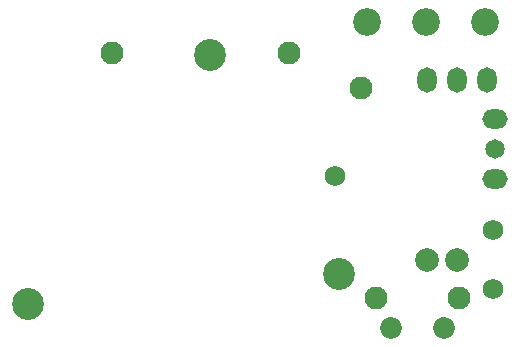
<source format=gbs>
%FSLAX44Y44*%
%MOMM*%
G71*
G01*
G75*
G04 Layer_Color=16711935*
G04:AMPARAMS|DCode=10|XSize=1.45mm|YSize=1.15mm|CornerRadius=0.2013mm|HoleSize=0mm|Usage=FLASHONLY|Rotation=90.000|XOffset=0mm|YOffset=0mm|HoleType=Round|Shape=RoundedRectangle|*
%AMROUNDEDRECTD10*
21,1,1.4500,0.7475,0,0,90.0*
21,1,1.0475,1.1500,0,0,90.0*
1,1,0.4025,0.3738,0.5238*
1,1,0.4025,0.3738,-0.5238*
1,1,0.4025,-0.3738,-0.5238*
1,1,0.4025,-0.3738,0.5238*
%
%ADD10ROUNDEDRECTD10*%
G04:AMPARAMS|DCode=11|XSize=1mm|YSize=0.95mm|CornerRadius=0.1995mm|HoleSize=0mm|Usage=FLASHONLY|Rotation=180.000|XOffset=0mm|YOffset=0mm|HoleType=Round|Shape=RoundedRectangle|*
%AMROUNDEDRECTD11*
21,1,1.0000,0.5510,0,0,180.0*
21,1,0.6010,0.9500,0,0,180.0*
1,1,0.3990,-0.3005,0.2755*
1,1,0.3990,0.3005,0.2755*
1,1,0.3990,0.3005,-0.2755*
1,1,0.3990,-0.3005,-0.2755*
%
%ADD11ROUNDEDRECTD11*%
G04:AMPARAMS|DCode=12|XSize=2mm|YSize=1mm|CornerRadius=0.25mm|HoleSize=0mm|Usage=FLASHONLY|Rotation=180.000|XOffset=0mm|YOffset=0mm|HoleType=Round|Shape=RoundedRectangle|*
%AMROUNDEDRECTD12*
21,1,2.0000,0.5000,0,0,180.0*
21,1,1.5000,1.0000,0,0,180.0*
1,1,0.5000,-0.7500,0.2500*
1,1,0.5000,0.7500,0.2500*
1,1,0.5000,0.7500,-0.2500*
1,1,0.5000,-0.7500,-0.2500*
%
%ADD12ROUNDEDRECTD12*%
G04:AMPARAMS|DCode=13|XSize=1mm|YSize=0.9mm|CornerRadius=0.198mm|HoleSize=0mm|Usage=FLASHONLY|Rotation=0.000|XOffset=0mm|YOffset=0mm|HoleType=Round|Shape=RoundedRectangle|*
%AMROUNDEDRECTD13*
21,1,1.0000,0.5040,0,0,0.0*
21,1,0.6040,0.9000,0,0,0.0*
1,1,0.3960,0.3020,-0.2520*
1,1,0.3960,-0.3020,-0.2520*
1,1,0.3960,-0.3020,0.2520*
1,1,0.3960,0.3020,0.2520*
%
%ADD13ROUNDEDRECTD13*%
G04:AMPARAMS|DCode=14|XSize=1.75mm|YSize=1.05mm|CornerRadius=0.1995mm|HoleSize=0mm|Usage=FLASHONLY|Rotation=180.000|XOffset=0mm|YOffset=0mm|HoleType=Round|Shape=RoundedRectangle|*
%AMROUNDEDRECTD14*
21,1,1.7500,0.6510,0,0,180.0*
21,1,1.3510,1.0500,0,0,180.0*
1,1,0.3990,-0.6755,0.3255*
1,1,0.3990,0.6755,0.3255*
1,1,0.3990,0.6755,-0.3255*
1,1,0.3990,-0.6755,-0.3255*
%
%ADD14ROUNDEDRECTD14*%
G04:AMPARAMS|DCode=15|XSize=3.3mm|YSize=1.65mm|CornerRadius=0.198mm|HoleSize=0mm|Usage=FLASHONLY|Rotation=180.000|XOffset=0mm|YOffset=0mm|HoleType=Round|Shape=RoundedRectangle|*
%AMROUNDEDRECTD15*
21,1,3.3000,1.2540,0,0,180.0*
21,1,2.9040,1.6500,0,0,180.0*
1,1,0.3960,-1.4520,0.6270*
1,1,0.3960,1.4520,0.6270*
1,1,0.3960,1.4520,-0.6270*
1,1,0.3960,-1.4520,-0.6270*
%
%ADD15ROUNDEDRECTD15*%
G04:AMPARAMS|DCode=16|XSize=4.1mm|YSize=2.1mm|CornerRadius=0.1995mm|HoleSize=0mm|Usage=FLASHONLY|Rotation=180.000|XOffset=0mm|YOffset=0mm|HoleType=Round|Shape=RoundedRectangle|*
%AMROUNDEDRECTD16*
21,1,4.1000,1.7010,0,0,180.0*
21,1,3.7010,2.1000,0,0,180.0*
1,1,0.3990,-1.8505,0.8505*
1,1,0.3990,1.8505,0.8505*
1,1,0.3990,1.8505,-0.8505*
1,1,0.3990,-1.8505,-0.8505*
%
%ADD16ROUNDEDRECTD16*%
G04:AMPARAMS|DCode=17|XSize=3.2mm|YSize=2.5mm|CornerRadius=0.2mm|HoleSize=0mm|Usage=FLASHONLY|Rotation=0.000|XOffset=0mm|YOffset=0mm|HoleType=Round|Shape=RoundedRectangle|*
%AMROUNDEDRECTD17*
21,1,3.2000,2.1000,0,0,0.0*
21,1,2.8000,2.5000,0,0,0.0*
1,1,0.4000,1.4000,-1.0500*
1,1,0.4000,-1.4000,-1.0500*
1,1,0.4000,-1.4000,1.0500*
1,1,0.4000,1.4000,1.0500*
%
%ADD17ROUNDEDRECTD17*%
G04:AMPARAMS|DCode=18|XSize=1.45mm|YSize=1.15mm|CornerRadius=0.2013mm|HoleSize=0mm|Usage=FLASHONLY|Rotation=180.000|XOffset=0mm|YOffset=0mm|HoleType=Round|Shape=RoundedRectangle|*
%AMROUNDEDRECTD18*
21,1,1.4500,0.7475,0,0,180.0*
21,1,1.0475,1.1500,0,0,180.0*
1,1,0.4025,-0.5238,0.3738*
1,1,0.4025,0.5238,0.3738*
1,1,0.4025,0.5238,-0.3738*
1,1,0.4025,-0.5238,-0.3738*
%
%ADD18ROUNDEDRECTD18*%
G04:AMPARAMS|DCode=19|XSize=2.5mm|YSize=1.7mm|CornerRadius=0.204mm|HoleSize=0mm|Usage=FLASHONLY|Rotation=270.000|XOffset=0mm|YOffset=0mm|HoleType=Round|Shape=RoundedRectangle|*
%AMROUNDEDRECTD19*
21,1,2.5000,1.2920,0,0,270.0*
21,1,2.0920,1.7000,0,0,270.0*
1,1,0.4080,-0.6460,-1.0460*
1,1,0.4080,-0.6460,1.0460*
1,1,0.4080,0.6460,1.0460*
1,1,0.4080,0.6460,-1.0460*
%
%ADD19ROUNDEDRECTD19*%
G04:AMPARAMS|DCode=20|XSize=3.5mm|YSize=1.2mm|CornerRadius=0.198mm|HoleSize=0mm|Usage=FLASHONLY|Rotation=90.000|XOffset=0mm|YOffset=0mm|HoleType=Round|Shape=RoundedRectangle|*
%AMROUNDEDRECTD20*
21,1,3.5000,0.8040,0,0,90.0*
21,1,3.1040,1.2000,0,0,90.0*
1,1,0.3960,0.4020,1.5520*
1,1,0.3960,0.4020,-1.5520*
1,1,0.3960,-0.4020,-1.5520*
1,1,0.3960,-0.4020,1.5520*
%
%ADD20ROUNDEDRECTD20*%
G04:AMPARAMS|DCode=21|XSize=2.85mm|YSize=1mm|CornerRadius=0.2mm|HoleSize=0mm|Usage=FLASHONLY|Rotation=180.000|XOffset=0mm|YOffset=0mm|HoleType=Round|Shape=RoundedRectangle|*
%AMROUNDEDRECTD21*
21,1,2.8500,0.6000,0,0,180.0*
21,1,2.4500,1.0000,0,0,180.0*
1,1,0.4000,-1.2250,0.3000*
1,1,0.4000,1.2250,0.3000*
1,1,0.4000,1.2250,-0.3000*
1,1,0.4000,-1.2250,-0.3000*
%
%ADD21ROUNDEDRECTD21*%
G04:AMPARAMS|DCode=22|XSize=5.2mm|YSize=5.5mm|CornerRadius=0.182mm|HoleSize=0mm|Usage=FLASHONLY|Rotation=180.000|XOffset=0mm|YOffset=0mm|HoleType=Round|Shape=RoundedRectangle|*
%AMROUNDEDRECTD22*
21,1,5.2000,5.1360,0,0,180.0*
21,1,4.8360,5.5000,0,0,180.0*
1,1,0.3640,-2.4180,2.5680*
1,1,0.3640,2.4180,2.5680*
1,1,0.3640,2.4180,-2.5680*
1,1,0.3640,-2.4180,-2.5680*
%
%ADD22ROUNDEDRECTD22*%
G04:AMPARAMS|DCode=23|XSize=1mm|YSize=0.9mm|CornerRadius=0.198mm|HoleSize=0mm|Usage=FLASHONLY|Rotation=270.000|XOffset=0mm|YOffset=0mm|HoleType=Round|Shape=RoundedRectangle|*
%AMROUNDEDRECTD23*
21,1,1.0000,0.5040,0,0,270.0*
21,1,0.6040,0.9000,0,0,270.0*
1,1,0.3960,-0.2520,-0.3020*
1,1,0.3960,-0.2520,0.3020*
1,1,0.3960,0.2520,0.3020*
1,1,0.3960,0.2520,-0.3020*
%
%ADD23ROUNDEDRECTD23*%
G04:AMPARAMS|DCode=24|XSize=1.75mm|YSize=1.05mm|CornerRadius=0.1995mm|HoleSize=0mm|Usage=FLASHONLY|Rotation=90.000|XOffset=0mm|YOffset=0mm|HoleType=Round|Shape=RoundedRectangle|*
%AMROUNDEDRECTD24*
21,1,1.7500,0.6510,0,0,90.0*
21,1,1.3510,1.0500,0,0,90.0*
1,1,0.3990,0.3255,0.6755*
1,1,0.3990,0.3255,-0.6755*
1,1,0.3990,-0.3255,-0.6755*
1,1,0.3990,-0.3255,0.6755*
%
%ADD24ROUNDEDRECTD24*%
%ADD25O,0.6000X1.5500*%
G04:AMPARAMS|DCode=26|XSize=0.9mm|YSize=0.3mm|CornerRadius=0.1005mm|HoleSize=0mm|Usage=FLASHONLY|Rotation=180.000|XOffset=0mm|YOffset=0mm|HoleType=Round|Shape=RoundedRectangle|*
%AMROUNDEDRECTD26*
21,1,0.9000,0.0990,0,0,180.0*
21,1,0.6990,0.3000,0,0,180.0*
1,1,0.2010,-0.3495,0.0495*
1,1,0.2010,0.3495,0.0495*
1,1,0.2010,0.3495,-0.0495*
1,1,0.2010,-0.3495,-0.0495*
%
%ADD26ROUNDEDRECTD26*%
%ADD27C,0.2500*%
%ADD28C,0.5000*%
%ADD29C,1.7000*%
%ADD30C,1.8000*%
%ADD31C,1.8500*%
%ADD32O,2.0000X1.5000*%
%ADD33C,1.6000*%
%ADD34C,2.2000*%
%ADD35O,1.5000X2.0000*%
%ADD36C,2.5000*%
%ADD37C,0.7500*%
%ADD38C,1.5000*%
%ADD39C,0.2000*%
%ADD40C,0.3000*%
%ADD41C,0.2540*%
%ADD42C,0.1500*%
%ADD43C,0.1000*%
G04:AMPARAMS|DCode=44|XSize=1.6mm|YSize=1.3mm|CornerRadius=0.2763mm|HoleSize=0mm|Usage=FLASHONLY|Rotation=90.000|XOffset=0mm|YOffset=0mm|HoleType=Round|Shape=RoundedRectangle|*
%AMROUNDEDRECTD44*
21,1,1.6000,0.7475,0,0,90.0*
21,1,1.0475,1.3000,0,0,90.0*
1,1,0.5525,0.3738,0.5238*
1,1,0.5525,0.3738,-0.5238*
1,1,0.5525,-0.3738,-0.5238*
1,1,0.5525,-0.3738,0.5238*
%
%ADD44ROUNDEDRECTD44*%
G04:AMPARAMS|DCode=45|XSize=1.15mm|YSize=1.1mm|CornerRadius=0.2745mm|HoleSize=0mm|Usage=FLASHONLY|Rotation=180.000|XOffset=0mm|YOffset=0mm|HoleType=Round|Shape=RoundedRectangle|*
%AMROUNDEDRECTD45*
21,1,1.1500,0.5510,0,0,180.0*
21,1,0.6010,1.1000,0,0,180.0*
1,1,0.5490,-0.3005,0.2755*
1,1,0.5490,0.3005,0.2755*
1,1,0.5490,0.3005,-0.2755*
1,1,0.5490,-0.3005,-0.2755*
%
%ADD45ROUNDEDRECTD45*%
G04:AMPARAMS|DCode=46|XSize=2.2032mm|YSize=1.2032mm|CornerRadius=0.3516mm|HoleSize=0mm|Usage=FLASHONLY|Rotation=180.000|XOffset=0mm|YOffset=0mm|HoleType=Round|Shape=RoundedRectangle|*
%AMROUNDEDRECTD46*
21,1,2.2032,0.5000,0,0,180.0*
21,1,1.5000,1.2032,0,0,180.0*
1,1,0.7032,-0.7500,0.2500*
1,1,0.7032,0.7500,0.2500*
1,1,0.7032,0.7500,-0.2500*
1,1,0.7032,-0.7500,-0.2500*
%
%ADD46ROUNDEDRECTD46*%
G04:AMPARAMS|DCode=47|XSize=1.15mm|YSize=1.05mm|CornerRadius=0.273mm|HoleSize=0mm|Usage=FLASHONLY|Rotation=0.000|XOffset=0mm|YOffset=0mm|HoleType=Round|Shape=RoundedRectangle|*
%AMROUNDEDRECTD47*
21,1,1.1500,0.5040,0,0,0.0*
21,1,0.6040,1.0500,0,0,0.0*
1,1,0.5460,0.3020,-0.2520*
1,1,0.5460,-0.3020,-0.2520*
1,1,0.5460,-0.3020,0.2520*
1,1,0.5460,0.3020,0.2520*
%
%ADD47ROUNDEDRECTD47*%
G04:AMPARAMS|DCode=48|XSize=1.9mm|YSize=1.2mm|CornerRadius=0.2745mm|HoleSize=0mm|Usage=FLASHONLY|Rotation=180.000|XOffset=0mm|YOffset=0mm|HoleType=Round|Shape=RoundedRectangle|*
%AMROUNDEDRECTD48*
21,1,1.9000,0.6510,0,0,180.0*
21,1,1.3510,1.2000,0,0,180.0*
1,1,0.5490,-0.6755,0.3255*
1,1,0.5490,0.6755,0.3255*
1,1,0.5490,0.6755,-0.3255*
1,1,0.5490,-0.6755,-0.3255*
%
%ADD48ROUNDEDRECTD48*%
G04:AMPARAMS|DCode=49|XSize=3.45mm|YSize=1.8mm|CornerRadius=0.273mm|HoleSize=0mm|Usage=FLASHONLY|Rotation=180.000|XOffset=0mm|YOffset=0mm|HoleType=Round|Shape=RoundedRectangle|*
%AMROUNDEDRECTD49*
21,1,3.4500,1.2540,0,0,180.0*
21,1,2.9040,1.8000,0,0,180.0*
1,1,0.5460,-1.4520,0.6270*
1,1,0.5460,1.4520,0.6270*
1,1,0.5460,1.4520,-0.6270*
1,1,0.5460,-1.4520,-0.6270*
%
%ADD49ROUNDEDRECTD49*%
G04:AMPARAMS|DCode=50|XSize=4.25mm|YSize=2.25mm|CornerRadius=0.2745mm|HoleSize=0mm|Usage=FLASHONLY|Rotation=180.000|XOffset=0mm|YOffset=0mm|HoleType=Round|Shape=RoundedRectangle|*
%AMROUNDEDRECTD50*
21,1,4.2500,1.7010,0,0,180.0*
21,1,3.7010,2.2500,0,0,180.0*
1,1,0.5490,-1.8505,0.8505*
1,1,0.5490,1.8505,0.8505*
1,1,0.5490,1.8505,-0.8505*
1,1,0.5490,-1.8505,-0.8505*
%
%ADD50ROUNDEDRECTD50*%
G04:AMPARAMS|DCode=51|XSize=3.35mm|YSize=2.65mm|CornerRadius=0.275mm|HoleSize=0mm|Usage=FLASHONLY|Rotation=0.000|XOffset=0mm|YOffset=0mm|HoleType=Round|Shape=RoundedRectangle|*
%AMROUNDEDRECTD51*
21,1,3.3500,2.1000,0,0,0.0*
21,1,2.8000,2.6500,0,0,0.0*
1,1,0.5500,1.4000,-1.0500*
1,1,0.5500,-1.4000,-1.0500*
1,1,0.5500,-1.4000,1.0500*
1,1,0.5500,1.4000,1.0500*
%
%ADD51ROUNDEDRECTD51*%
G04:AMPARAMS|DCode=52|XSize=1.6mm|YSize=1.3mm|CornerRadius=0.2763mm|HoleSize=0mm|Usage=FLASHONLY|Rotation=180.000|XOffset=0mm|YOffset=0mm|HoleType=Round|Shape=RoundedRectangle|*
%AMROUNDEDRECTD52*
21,1,1.6000,0.7475,0,0,180.0*
21,1,1.0475,1.3000,0,0,180.0*
1,1,0.5525,-0.5238,0.3738*
1,1,0.5525,0.5238,0.3738*
1,1,0.5525,0.5238,-0.3738*
1,1,0.5525,-0.5238,-0.3738*
%
%ADD52ROUNDEDRECTD52*%
G04:AMPARAMS|DCode=53|XSize=2.65mm|YSize=1.85mm|CornerRadius=0.279mm|HoleSize=0mm|Usage=FLASHONLY|Rotation=270.000|XOffset=0mm|YOffset=0mm|HoleType=Round|Shape=RoundedRectangle|*
%AMROUNDEDRECTD53*
21,1,2.6500,1.2920,0,0,270.0*
21,1,2.0920,1.8500,0,0,270.0*
1,1,0.5580,-0.6460,-1.0460*
1,1,0.5580,-0.6460,1.0460*
1,1,0.5580,0.6460,1.0460*
1,1,0.5580,0.6460,-1.0460*
%
%ADD53ROUNDEDRECTD53*%
G04:AMPARAMS|DCode=54|XSize=3.65mm|YSize=1.35mm|CornerRadius=0.273mm|HoleSize=0mm|Usage=FLASHONLY|Rotation=90.000|XOffset=0mm|YOffset=0mm|HoleType=Round|Shape=RoundedRectangle|*
%AMROUNDEDRECTD54*
21,1,3.6500,0.8040,0,0,90.0*
21,1,3.1040,1.3500,0,0,90.0*
1,1,0.5460,0.4020,1.5520*
1,1,0.5460,0.4020,-1.5520*
1,1,0.5460,-0.4020,-1.5520*
1,1,0.5460,-0.4020,1.5520*
%
%ADD54ROUNDEDRECTD54*%
G04:AMPARAMS|DCode=55|XSize=3mm|YSize=1.15mm|CornerRadius=0.275mm|HoleSize=0mm|Usage=FLASHONLY|Rotation=180.000|XOffset=0mm|YOffset=0mm|HoleType=Round|Shape=RoundedRectangle|*
%AMROUNDEDRECTD55*
21,1,3.0000,0.6000,0,0,180.0*
21,1,2.4500,1.1500,0,0,180.0*
1,1,0.5500,-1.2250,0.3000*
1,1,0.5500,1.2250,0.3000*
1,1,0.5500,1.2250,-0.3000*
1,1,0.5500,-1.2250,-0.3000*
%
%ADD55ROUNDEDRECTD55*%
G04:AMPARAMS|DCode=56|XSize=5.35mm|YSize=5.65mm|CornerRadius=0.257mm|HoleSize=0mm|Usage=FLASHONLY|Rotation=180.000|XOffset=0mm|YOffset=0mm|HoleType=Round|Shape=RoundedRectangle|*
%AMROUNDEDRECTD56*
21,1,5.3500,5.1360,0,0,180.0*
21,1,4.8360,5.6500,0,0,180.0*
1,1,0.5140,-2.4180,2.5680*
1,1,0.5140,2.4180,2.5680*
1,1,0.5140,2.4180,-2.5680*
1,1,0.5140,-2.4180,-2.5680*
%
%ADD56ROUNDEDRECTD56*%
G04:AMPARAMS|DCode=57|XSize=1.15mm|YSize=1.05mm|CornerRadius=0.273mm|HoleSize=0mm|Usage=FLASHONLY|Rotation=270.000|XOffset=0mm|YOffset=0mm|HoleType=Round|Shape=RoundedRectangle|*
%AMROUNDEDRECTD57*
21,1,1.1500,0.5040,0,0,270.0*
21,1,0.6040,1.0500,0,0,270.0*
1,1,0.5460,-0.2520,-0.3020*
1,1,0.5460,-0.2520,0.3020*
1,1,0.5460,0.2520,0.3020*
1,1,0.5460,0.2520,-0.3020*
%
%ADD57ROUNDEDRECTD57*%
G04:AMPARAMS|DCode=58|XSize=1.9mm|YSize=1.2mm|CornerRadius=0.2745mm|HoleSize=0mm|Usage=FLASHONLY|Rotation=90.000|XOffset=0mm|YOffset=0mm|HoleType=Round|Shape=RoundedRectangle|*
%AMROUNDEDRECTD58*
21,1,1.9000,0.6510,0,0,90.0*
21,1,1.3510,1.2000,0,0,90.0*
1,1,0.5490,0.3255,0.6755*
1,1,0.5490,0.3255,-0.6755*
1,1,0.5490,-0.3255,-0.6755*
1,1,0.5490,-0.3255,0.6755*
%
%ADD58ROUNDEDRECTD58*%
%ADD59O,0.7500X1.7000*%
G04:AMPARAMS|DCode=60|XSize=1mm|YSize=0.4mm|CornerRadius=0.1505mm|HoleSize=0mm|Usage=FLASHONLY|Rotation=180.000|XOffset=0mm|YOffset=0mm|HoleType=Round|Shape=RoundedRectangle|*
%AMROUNDEDRECTD60*
21,1,1.0000,0.0990,0,0,180.0*
21,1,0.6990,0.4000,0,0,180.0*
1,1,0.3010,-0.3495,0.0495*
1,1,0.3010,0.3495,0.0495*
1,1,0.3010,0.3495,-0.0495*
1,1,0.3010,-0.3495,-0.0495*
%
%ADD60ROUNDEDRECTD60*%
%ADD61C,1.8500*%
%ADD62C,1.9500*%
%ADD63C,2.0000*%
%ADD64O,2.1500X1.6500*%
%ADD65C,1.7500*%
%ADD66C,2.3500*%
%ADD67O,1.6500X2.1500*%
%ADD68C,2.7032*%
%ADD69C,1.6500*%
D61*
X436250Y25000D02*
D03*
X481250D02*
D03*
D62*
X423750Y50000D02*
D03*
X493750D02*
D03*
X200250Y258000D02*
D03*
X350250D02*
D03*
X411000Y228250D02*
D03*
D63*
X492450Y82500D02*
D03*
X467050D02*
D03*
D64*
X524500Y150999D02*
D03*
Y201999D02*
D03*
D65*
X389000Y153250D02*
D03*
X522500Y57500D02*
D03*
Y107500D02*
D03*
D66*
X416000Y284250D02*
D03*
X466000D02*
D03*
X516000D02*
D03*
D67*
X467000Y234499D02*
D03*
X492500D02*
D03*
X518000D02*
D03*
D68*
X129500Y45500D02*
D03*
X392500Y70750D02*
D03*
X283250Y256000D02*
D03*
D69*
X524500Y176499D02*
D03*
M02*

</source>
